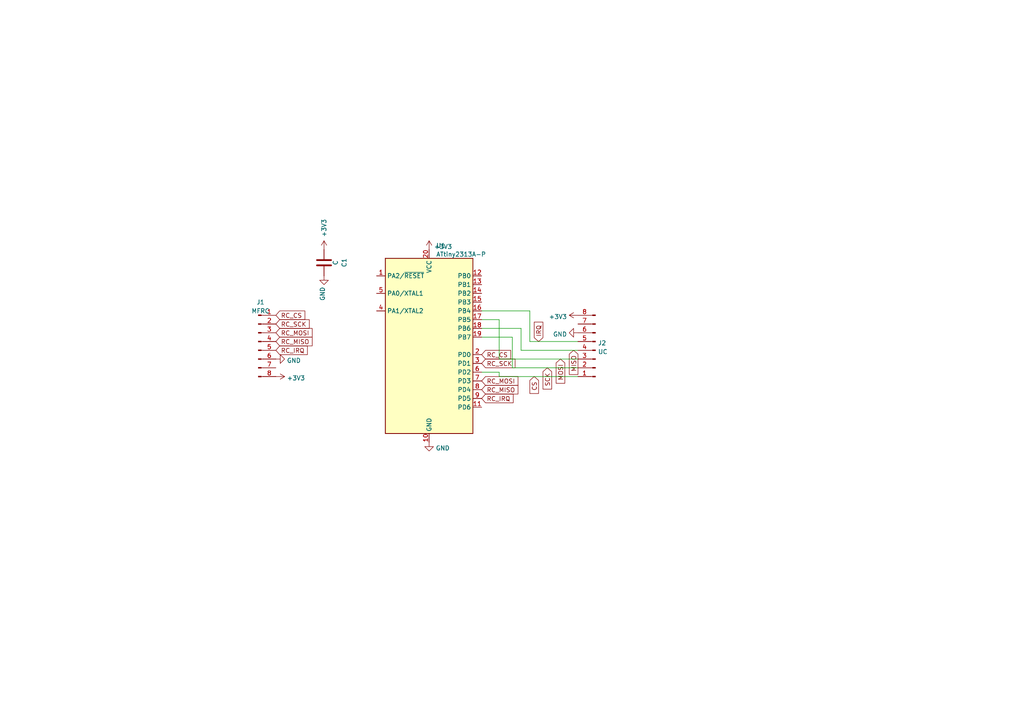
<source format=kicad_sch>
(kicad_sch (version 20211123) (generator eeschema)
  (paper "A4")
  (lib_symbols
    (symbol "Connector:Conn_01x08_Male" (pin_names (offset 1.016) hide)
      (property "Reference" "J" (at 0 10.16 0))
      (property "Value" "Conn_01x08_Male" (at 0 -12.7 0))
      (symbol "Conn_01x08_Male_1_1"
        (polyline (pts (xy 1.27 -10.16) (xy 0.8636 -10.16)) (stroke (width 0.1524)))
        (polyline (pts (xy 1.27 -7.62) (xy 0.8636 -7.62)) (stroke (width 0.1524)))
        (polyline (pts (xy 1.27 -5.08) (xy 0.8636 -5.08)) (stroke (width 0.1524)))
        (polyline (pts (xy 1.27 -2.54) (xy 0.8636 -2.54)) (stroke (width 0.1524)))
        (polyline (pts (xy 1.27 0) (xy 0.8636 0)) (stroke (width 0.1524)))
        (polyline (pts (xy 1.27 2.54) (xy 0.8636 2.54)) (stroke (width 0.1524)))
        (polyline (pts (xy 1.27 5.08) (xy 0.8636 5.08)) (stroke (width 0.1524)))
        (polyline (pts (xy 1.27 7.62) (xy 0.8636 7.62)) (stroke (width 0.1524)))
        (rectangle (start 0.8636 -10.033) (end 0 -10.287) (stroke (width 0.1524)) (fill (type outline)))
        (rectangle (start 0.8636 -7.493) (end 0 -7.747) (stroke (width 0.1524)) (fill (type outline)))
        (rectangle (start 0.8636 -4.953) (end 0 -5.207) (stroke (width 0.1524)) (fill (type outline)))
        (rectangle (start 0.8636 -2.413) (end 0 -2.667) (stroke (width 0.1524)) (fill (type outline)))
        (rectangle (start 0.8636 0.127) (end 0 -0.127) (stroke (width 0.1524)) (fill (type outline)))
        (rectangle (start 0.8636 2.667) (end 0 2.413) (stroke (width 0.1524)) (fill (type outline)))
        (rectangle (start 0.8636 5.207) (end 0 4.953) (stroke (width 0.1524)) (fill (type outline)))
        (rectangle (start 0.8636 7.747) (end 0 7.493) (stroke (width 0.1524)) (fill (type outline)))
        (pin passive line (at 5.08 7.62 180) (length 3.81) (name "Pin_1") (number "1"))
        (pin passive line (at 5.08 5.08 180) (length 3.81) (name "Pin_2") (number "2"))
        (pin passive line (at 5.08 2.54 180) (length 3.81) (name "Pin_3") (number "3"))
        (pin passive line (at 5.08 0 180) (length 3.81) (name "Pin_4") (number "4"))
        (pin passive line (at 5.08 -2.54 180) (length 3.81) (name "Pin_5") (number "5"))
        (pin passive line (at 5.08 -5.08 180) (length 3.81) (name "Pin_6") (number "6"))
        (pin passive line (at 5.08 -7.62 180) (length 3.81) (name "Pin_7") (number "7"))
        (pin passive line (at 5.08 -10.16 180) (length 3.81) (name "Pin_8") (number "8"))
      )
    )
    (symbol "Device:C" (pin_numbers hide) (pin_names (offset 0.254))
      (property "Reference" "C" (at 0.635 2.54 0))
      (property "Value" "C" (at 0.635 -2.54 0))
      (symbol "C_0_1"
        (polyline (pts (xy -2.032 -0.762) (xy 2.032 -0.762)) (stroke (width 0.508)))
        (polyline (pts (xy -2.032 0.762) (xy 2.032 0.762)) (stroke (width 0.508)))
      )
      (symbol "C_1_1"
        (pin passive line (at 0 3.81 270) (length 2.794) (name "~") (number "1"))
        (pin passive line (at 0 -3.81 90) (length 2.794) (name "~") (number "2"))
      )
    )
    (symbol "MCU_Microchip_ATtiny:ATtiny2313A-P"
      (property "Reference" "U" (at -12.7 26.67 0))
      (property "Value" "ATtiny2313A-P" (at 2.54 -26.67 0))
      (symbol "ATtiny2313A-P_0_1"
        (rectangle (start -12.7 -25.4) (end 12.7 25.4) (stroke (width 0.254)) (fill (type background)))
      )
      (symbol "ATtiny2313A-P_1_1"
        (pin bidirectional line (at -15.24 20.32 0) (length 2.54) (name "PA2/~{RESET}") (number "1"))
        (pin power_in line (at 0 -27.94 90) (length 2.54) (name "GND") (number "10"))
        (pin bidirectional line (at 15.24 -17.78 180) (length 2.54) (name "PD6") (number "11"))
        (pin bidirectional line (at 15.24 20.32 180) (length 2.54) (name "PB0") (number "12"))
        (pin bidirectional line (at 15.24 17.78 180) (length 2.54) (name "PB1") (number "13"))
        (pin bidirectional line (at 15.24 15.24 180) (length 2.54) (name "PB2") (number "14"))
        (pin bidirectional line (at 15.24 12.7 180) (length 2.54) (name "PB3") (number "15"))
        (pin bidirectional line (at 15.24 10.16 180) (length 2.54) (name "PB4") (number "16"))
        (pin bidirectional line (at 15.24 7.62 180) (length 2.54) (name "PB5") (number "17"))
        (pin bidirectional line (at 15.24 5.08 180) (length 2.54) (name "PB6") (number "18"))
        (pin bidirectional line (at 15.24 2.54 180) (length 2.54) (name "PB7") (number "19"))
        (pin bidirectional line (at 15.24 -2.54 180) (length 2.54) (name "PD0") (number "2"))
        (pin power_in line (at 0 27.94 270) (length 2.54) (name "VCC") (number "20"))
        (pin bidirectional line (at 15.24 -5.08 180) (length 2.54) (name "PD1") (number "3"))
        (pin bidirectional line (at -15.24 10.16 0) (length 2.54) (name "PA1/XTAL2") (number "4"))
        (pin bidirectional line (at -15.24 15.24 0) (length 2.54) (name "PA0/XTAL1") (number "5"))
        (pin bidirectional line (at 15.24 -7.62 180) (length 2.54) (name "PD2") (number "6"))
        (pin bidirectional line (at 15.24 -10.16 180) (length 2.54) (name "PD3") (number "7"))
        (pin bidirectional line (at 15.24 -12.7 180) (length 2.54) (name "PD4") (number "8"))
        (pin bidirectional line (at 15.24 -15.24 180) (length 2.54) (name "PD5") (number "9"))
      )
    )
    (symbol "power:+3.3V" (power) (pin_names (offset 0))
      (property "Value" "+3.3V" (at 0 3.556 0))
      (symbol "+3.3V_0_1"
        (polyline (pts (xy -0.762 1.27) (xy 0 2.54)))
        (polyline (pts (xy 0 0) (xy 0 2.54)))
        (polyline (pts (xy 0 2.54) (xy 0.762 1.27)))
      )
      (symbol "+3.3V_1_1"
        (pin power_in line (at 0 0 90) (length 0) hide (name "+3V3") (number "1"))
      )
    )
    (symbol "power:GND" (power) (pin_names (offset 0))
      (property "Value" "GND" (at 0 -3.81 0))
      (symbol "GND_0_1"
        (polyline (pts (xy 0 0) (xy 0 -1.27) (xy 1.27 -1.27) (xy 0 -2.54) (xy -1.27 -1.27) (xy 0 -1.27)))
      )
      (symbol "GND_1_1"
        (pin power_in line (at 0 0 270) (length 0) hide (name "GND") (number "1"))
      )
    )
  )
  (wire (pts (xy 139.7 97.79) (xy 148.59 97.79)))
  (wire (pts (xy 139.7 92.71) (xy 144.78 92.71)))
  (wire (pts (xy 144.78 109.22) (xy 144.78 107.95)))
  (wire (pts (xy 144.78 104.14) (xy 167.64 104.14)))
  (wire (pts (xy 148.59 106.68) (xy 167.64 106.68)))
  (wire (pts (xy 167.64 99.06) (xy 153.67 99.06)))
  (wire (pts (xy 144.78 107.95) (xy 139.7 107.95)))
  (wire (pts (xy 153.67 90.17) (xy 139.7 90.17)))
  (wire (pts (xy 151.13 95.25) (xy 151.13 101.6)))
  (wire (pts (xy 148.59 97.79) (xy 148.59 106.68)))
  (wire (pts (xy 139.7 95.25) (xy 151.13 95.25)))
  (wire (pts (xy 144.78 109.22) (xy 167.64 109.22)))
  (wire (pts (xy 153.67 99.06) (xy 153.67 90.17)))
  (wire (pts (xy 144.78 92.71) (xy 144.78 104.14)))
  (wire (pts (xy 151.13 101.6) (xy 167.64 101.6)))
  (global_label "MOSI" (shape input) (at 162.56 104.14 270) (property "Intersheet References" "${INTERSHEET_REFS}" (effects hide)))
  (global_label "CS" (shape input) (at 154.94 109.22 270) (property "Intersheet References" "${INTERSHEET_REFS}" (effects hide)))
  (global_label "RC_CS" (shape input) (at 80.01 91.44 0) (property "Intersheet References" "${INTERSHEET_REFS}" (effects hide)))
  (global_label "RC_SCK" (shape input) (at 139.7 105.41 0) (property "Intersheet References" "${INTERSHEET_REFS}" (effects hide)))
  (global_label "RC_MISO" (shape input) (at 80.01 99.06 0) (property "Intersheet References" "${INTERSHEET_REFS}" (effects hide)))
  (global_label "RC_IRQ" (shape input) (at 139.7 115.57 0) (property "Intersheet References" "${INTERSHEET_REFS}" (effects hide)))
  (global_label "SCK" (shape input) (at 158.75 106.68 270) (property "Intersheet References" "${INTERSHEET_REFS}" (effects hide)))
  (global_label "RC_CS" (shape input) (at 139.7 102.87 0) (property "Intersheet References" "${INTERSHEET_REFS}" (effects hide)))
  (global_label "RC_SCK" (shape input) (at 80.01 93.98 0) (property "Intersheet References" "${INTERSHEET_REFS}" (effects hide)))
  (global_label "MISO" (shape input) (at 166.37 101.6 270) (property "Intersheet References" "${INTERSHEET_REFS}" (effects hide)))
  (global_label "RC_MOSI" (shape input) (at 139.7 110.49 0) (property "Intersheet References" "${INTERSHEET_REFS}" (effects hide)))
  (global_label "RC_MISO" (shape input) (at 139.7 113.03 0) (property "Intersheet References" "${INTERSHEET_REFS}" (effects hide)))
  (global_label "IRQ" (shape input) (at 156.21 99.06 90) (property "Intersheet References" "${INTERSHEET_REFS}" (effects hide)))
  (global_label "RC_IRQ" (shape input) (at 80.01 101.6 0) (property "Intersheet References" "${INTERSHEET_REFS}" (effects hide)))
  (global_label "RC_MOSI" (shape input) (at 80.01 96.52 0) (property "Intersheet References" "${INTERSHEET_REFS}" (effects hide)))
  (symbol (lib_id "power:+3.3V") (at 167.64 91.44 90) (unit 1)
    (property "Reference" "#PWR07" (effects hide))
    (property "Value" "+3.3V" (at 164.465 91.8738 90) (effects (justify left)))
  )
  (symbol (lib_id "Connector:Conn_01x08_Male") (at 74.93 99.06 0) (unit 1)
    (property "Reference" "J1" (at 75.565 87.664 0))
    (property "Value" "MFRC" (at 75.565 90.2009 0))
    (property "Footprint" "Connector_PinHeader_2.54mm:PinHeader_1x08_P2.54mm_Vertical" (effects hide))
  )
  (symbol (lib_id "power:+3.3V") (at 124.46 72.39 0) (unit 1)
    (property "Reference" "#PWR05" (effects hide))
    (property "Value" "+3.3V" (at 125.857 71.5538 0) (effects (justify left)))
  )
  (symbol (lib_id "power:+3.3V") (at 80.01 109.22 270) (unit 1)
    (property "Reference" "#PWR02" (effects hide))
    (property "Value" "+3.3V" (at 83.185 109.6538 90) (effects (justify left)))
  )
  (symbol (lib_id "Device:C") (at 93.98 76.2 0) (unit 1)
    (property "Reference" "C1" (at 99.8388 76.2 90))
    (property "Value" "C" (at 97.3019 76.2 90))
    (property "Footprint" "Capacitor_THT:C_Rect_L4.0mm_W2.5mm_P2.50mm" (effects hide))
  )
  (symbol (lib_id "power:GND") (at 124.46 128.27 0) (unit 1)
    (property "Reference" "#PWR06" (effects hide))
    (property "Value" "GND" (at 126.365 129.9738 0) (effects (justify left)))
  )
  (symbol (lib_id "power:+3.3V") (at 93.98 72.39 0) (unit 1)
    (property "Reference" "#PWR03" (effects hide))
    (property "Value" "+3.3V" (at 93.98 63.5 90) (effects (justify right)))
  )
  (symbol (lib_id "Connector:Conn_01x08_Male") (at 172.72 101.6 180) (unit 1)
    (property "Reference" "J2" (at 173.4312 99.4953 0) (effects (justify right)))
    (property "Value" "UC" (at 173.4312 102.0322 0) (effects (justify right)))
    (property "Footprint" "Connector_PinHeader_2.54mm:PinHeader_1x08_P2.54mm_Vertical" (effects hide))
  )
  (symbol (lib_id "MCU_Microchip_ATtiny:ATtiny2313A-P") (at 124.46 100.33 0) (unit 1)
    (property "Reference" "U1" (at 126.4794 71.2302 0) (effects (justify left)))
    (property "Value" "ATtiny2313A-P" (at 126.4794 73.7671 0) (effects (justify left)))
    (property "Footprint" "Package_DIP:DIP-20_W7.62mm_LongPads" (effects hide))
    (property "Datasheet" "http://ww1.microchip.com/downloads/en/DeviceDoc/doc8246.pdf" (effects hide))
  )
  (symbol (lib_id "power:GND") (at 167.64 96.52 270) (unit 1)
    (property "Reference" "#PWR08" (effects hide))
    (property "Value" "GND" (at 164.4651 96.9538 90) (effects (justify right)))
  )
  (symbol (lib_id "power:GND") (at 80.01 104.14 90) (unit 1)
    (property "Reference" "#PWR01" (effects hide))
    (property "Value" "GND" (at 83.185 104.5738 90) (effects (justify right)))
  )
  (symbol (lib_id "power:GND") (at 93.98 80.01 0) (unit 1)
    (property "Reference" "#PWR04" (effects hide))
    (property "Value" "GND" (at 93.5462 83.185 90) (effects (justify right)))
  )
)
</source>
